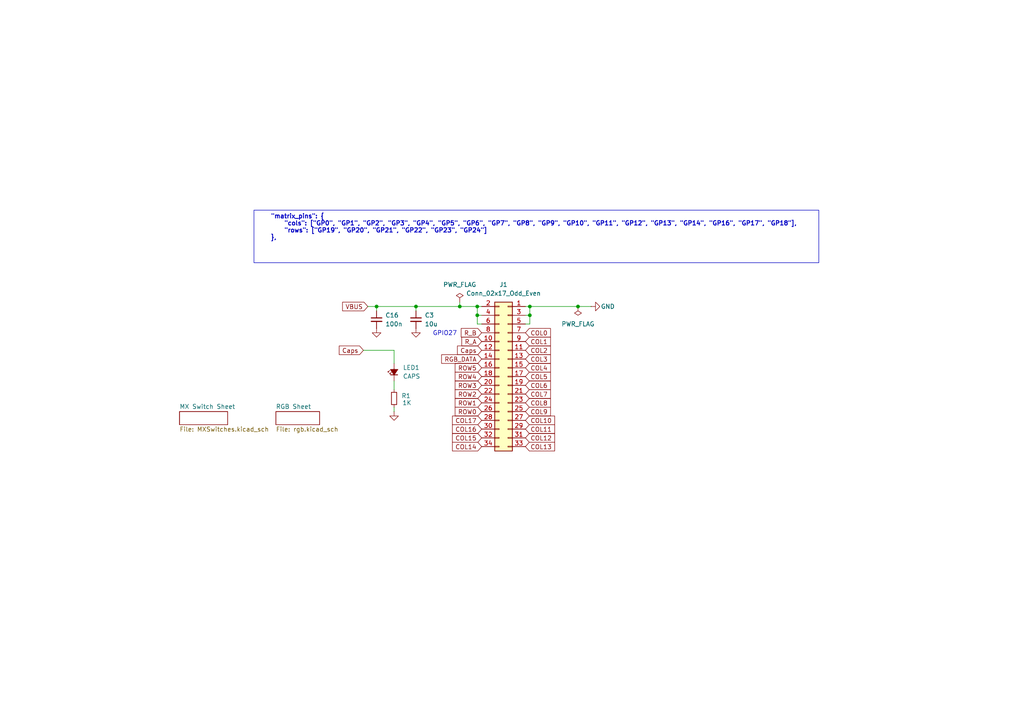
<source format=kicad_sch>
(kicad_sch (version 20231120) (generator "eeschema") (generator_version "8.0")
  (paper "A4")
  (title_block (title "Echo Basic AKKO Layout + Macros") (date "2025-03-22") (rev "1.0") (company "Michael O'Toole") (comment 1 "Added 10 x 10uF Caps"))
  (lib_symbols
    (symbol "Connector_Generic:Conn_02x17_Odd_Even" (pin_names (offset 1.016) hide)
      (property "Reference" "J" (at 1.27 22.86 0))
      (property "Value" "Conn_02x17_Odd_Even" (at 1.27 -22.86 0))
      (symbol "Conn_02x17_Odd_Even_1_1"
        (rectangle (start -1.27 -20.193) (end 0 -20.447) (stroke (width 0.1524)))
        (rectangle (start -1.27 -17.653) (end 0 -17.907) (stroke (width 0.1524)))
        (rectangle (start -1.27 -15.113) (end 0 -15.367) (stroke (width 0.1524)))
        (rectangle (start -1.27 -12.573) (end 0 -12.827) (stroke (width 0.1524)))
        (rectangle (start -1.27 -10.033) (end 0 -10.287) (stroke (width 0.1524)))
        (rectangle (start -1.27 -7.493) (end 0 -7.747) (stroke (width 0.1524)))
        (rectangle (start -1.27 -4.953) (end 0 -5.207) (stroke (width 0.1524)))
        (rectangle (start -1.27 -2.413) (end 0 -2.667) (stroke (width 0.1524)))
        (rectangle (start -1.27 0.127) (end 0 -0.127) (stroke (width 0.1524)))
        (rectangle (start -1.27 2.667) (end 0 2.413) (stroke (width 0.1524)))
        (rectangle (start -1.27 5.207) (end 0 4.953) (stroke (width 0.1524)))
        (rectangle (start -1.27 7.747) (end 0 7.493) (stroke (width 0.1524)))
        (rectangle (start -1.27 10.287) (end 0 10.033) (stroke (width 0.1524)))
        (rectangle (start -1.27 12.827) (end 0 12.573) (stroke (width 0.1524)))
        (rectangle (start -1.27 15.367) (end 0 15.113) (stroke (width 0.1524)))
        (rectangle (start -1.27 17.907) (end 0 17.653) (stroke (width 0.1524)))
        (rectangle (start -1.27 20.447) (end 0 20.193) (stroke (width 0.1524)))
        (rectangle (start -1.27 21.59) (end 3.81 -21.59) (stroke (width 0.254)) (fill (type background)))
        (rectangle (start 3.81 -20.193) (end 2.54 -20.447) (stroke (width 0.1524)))
        (rectangle (start 3.81 -17.653) (end 2.54 -17.907) (stroke (width 0.1524)))
        (rectangle (start 3.81 -15.113) (end 2.54 -15.367) (stroke (width 0.1524)))
        (rectangle (start 3.81 -12.573) (end 2.54 -12.827) (stroke (width 0.1524)))
        (rectangle (start 3.81 -10.033) (end 2.54 -10.287) (stroke (width 0.1524)))
        (rectangle (start 3.81 -7.493) (end 2.54 -7.747) (stroke (width 0.1524)))
        (rectangle (start 3.81 -4.953) (end 2.54 -5.207) (stroke (width 0.1524)))
        (rectangle (start 3.81 -2.413) (end 2.54 -2.667) (stroke (width 0.1524)))
        (rectangle (start 3.81 0.127) (end 2.54 -0.127) (stroke (width 0.1524)))
        (rectangle (start 3.81 2.667) (end 2.54 2.413) (stroke (width 0.1524)))
        (rectangle (start 3.81 5.207) (end 2.54 4.953) (stroke (width 0.1524)))
        (rectangle (start 3.81 7.747) (end 2.54 7.493) (stroke (width 0.1524)))
        (rectangle (start 3.81 10.287) (end 2.54 10.033) (stroke (width 0.1524)))
        (rectangle (start 3.81 12.827) (end 2.54 12.573) (stroke (width 0.1524)))
        (rectangle (start 3.81 15.367) (end 2.54 15.113) (stroke (width 0.1524)))
        (rectangle (start 3.81 17.907) (end 2.54 17.653) (stroke (width 0.1524)))
        (rectangle (start 3.81 20.447) (end 2.54 20.193) (stroke (width 0.1524)))
        (pin passive line (at -5.08 20.32 0) (length 3.81) (name "Pin_1") (number "1"))
        (pin passive line (at 7.62 10.16 180) (length 3.81) (name "Pin_10") (number "10"))
        (pin passive line (at -5.08 7.62 0) (length 3.81) (name "Pin_11") (number "11"))
        (pin passive line (at 7.62 7.62 180) (length 3.81) (name "Pin_12") (number "12"))
        (pin passive line (at -5.08 5.08 0) (length 3.81) (name "Pin_13") (number "13"))
        (pin passive line (at 7.62 5.08 180) (length 3.81) (name "Pin_14") (number "14"))
        (pin passive line (at -5.08 2.54 0) (length 3.81) (name "Pin_15") (number "15"))
        (pin passive line (at 7.62 2.54 180) (length 3.81) (name "Pin_16") (number "16"))
        (pin passive line (at -5.08 0 0) (length 3.81) (name "Pin_17") (number "17"))
        (pin passive line (at 7.62 0 180) (length 3.81) (name "Pin_18") (number "18"))
        (pin passive line (at -5.08 -2.54 0) (length 3.81) (name "Pin_19") (number "19"))
        (pin passive line (at 7.62 20.32 180) (length 3.81) (name "Pin_2") (number "2"))
        (pin passive line (at 7.62 -2.54 180) (length 3.81) (name "Pin_20") (number "20"))
        (pin passive line (at -5.08 -5.08 0) (length 3.81) (name "Pin_21") (number "21"))
        (pin passive line (at 7.62 -5.08 180) (length 3.81) (name "Pin_22") (number "22"))
        (pin passive line (at -5.08 -7.62 0) (length 3.81) (name "Pin_23") (number "23"))
        (pin passive line (at 7.62 -7.62 180) (length 3.81) (name "Pin_24") (number "24"))
        (pin passive line (at -5.08 -10.16 0) (length 3.81) (name "Pin_25") (number "25"))
        (pin passive line (at 7.62 -10.16 180) (length 3.81) (name "Pin_26") (number "26"))
        (pin passive line (at -5.08 -12.7 0) (length 3.81) (name "Pin_27") (number "27"))
        (pin passive line (at 7.62 -12.7 180) (length 3.81) (name "Pin_28") (number "28"))
        (pin passive line (at -5.08 -15.24 0) (length 3.81) (name "Pin_29") (number "29"))
        (pin passive line (at -5.08 17.78 0) (length 3.81) (name "Pin_3") (number "3"))
        (pin passive line (at 7.62 -15.24 180) (length 3.81) (name "Pin_30") (number "30"))
        (pin passive line (at -5.08 -17.78 0) (length 3.81) (name "Pin_31") (number "31"))
        (pin passive line (at 7.62 -17.78 180) (length 3.81) (name "Pin_32") (number "32"))
        (pin passive line (at -5.08 -20.32 0) (length 3.81) (name "Pin_33") (number "33"))
        (pin passive line (at 7.62 -20.32 180) (length 3.81) (name "Pin_34") (number "34"))
        (pin passive line (at 7.62 17.78 180) (length 3.81) (name "Pin_4") (number "4"))
        (pin passive line (at -5.08 15.24 0) (length 3.81) (name "Pin_5") (number "5"))
        (pin passive line (at 7.62 15.24 180) (length 3.81) (name "Pin_6") (number "6"))
        (pin passive line (at -5.08 12.7 0) (length 3.81) (name "Pin_7") (number "7"))
        (pin passive line (at 7.62 12.7 180) (length 3.81) (name "Pin_8") (number "8"))
        (pin passive line (at -5.08 10.16 0) (length 3.81) (name "Pin_9") (number "9"))
      )
    )
    (symbol "Device:C_Small" (pin_numbers hide) (pin_names (offset 0.254) hide)
      (property "Reference" "C" (at 0.254 1.778 0))
      (property "Value" "C_Small" (at 0.254 -2.032 0))
      (symbol "C_Small_0_1"
        (polyline (pts (xy -1.524 -0.508) (xy 1.524 -0.508)) (stroke (width 0.3302)))
        (polyline (pts (xy -1.524 0.508) (xy 1.524 0.508)) (stroke (width 0.3048)))
      )
      (symbol "C_Small_1_1"
        (pin passive line (at 0 2.54 270) (length 2.032) (name "~") (number "1"))
        (pin passive line (at 0 -2.54 90) (length 2.032) (name "~") (number "2"))
      )
    )
    (symbol "Device:LED_Small_Filled" (pin_numbers hide) (pin_names (offset 0.254) hide)
      (property "Reference" "D" (at -1.27 3.175 0))
      (property "Value" "LED_Small_Filled" (at -4.445 -2.54 0))
      (symbol "LED_Small_Filled_0_1"
        (polyline (pts (xy -0.762 -1.016) (xy -0.762 1.016)) (stroke (width 0.254)))
        (polyline (pts (xy 1.016 0) (xy -0.762 0)))
        (polyline (pts (xy 0.762 -1.016) (xy -0.762 0) (xy 0.762 1.016) (xy 0.762 -1.016)) (stroke (width 0.254)) (fill (type outline)))
        (polyline (pts (xy 0 0.762) (xy -0.508 1.27) (xy -0.254 1.27) (xy -0.508 1.27) (xy -0.508 1.016)))
        (polyline (pts (xy 0.508 1.27) (xy 0 1.778) (xy 0.254 1.778) (xy 0 1.778) (xy 0 1.524)))
      )
      (symbol "LED_Small_Filled_1_1"
        (pin passive line (at -2.54 0 0) (length 1.778) (name "K") (number "1"))
        (pin passive line (at 2.54 0 180) (length 1.778) (name "A") (number "2"))
      )
    )
    (symbol "Device:R_Small" (pin_numbers hide) (pin_names (offset 0.254) hide)
      (property "Reference" "R" (at 0.762 0.508 0))
      (property "Value" "R_Small" (at 0.762 -1.016 0))
      (symbol "R_Small_0_1"
        (rectangle (start -0.762 1.778) (end 0.762 -1.778) (stroke (width 0.2032)))
      )
      (symbol "R_Small_1_1"
        (pin passive line (at 0 2.54 270) (length 0.762) (name "~") (number "1"))
        (pin passive line (at 0 -2.54 90) (length 0.762) (name "~") (number "2"))
      )
    )
    (symbol "power:GND" (power) (pin_numbers hide) (pin_names (offset 0) hide)
      (property "Value" "GND" (at 0 -3.81 0))
      (symbol "GND_0_1"
        (polyline (pts (xy 0 0) (xy 0 -1.27) (xy 1.27 -1.27) (xy 0 -2.54) (xy -1.27 -1.27) (xy 0 -1.27)))
      )
      (symbol "GND_1_1"
        (pin power_in line (at 0 0 270) (length 0) (name "~") (number "1"))
      )
    )
    (symbol "power:PWR_FLAG" (power) (pin_numbers hide) (pin_names (offset 0) hide)
      (property "Value" "PWR_FLAG" (at 0 3.81 0))
      (symbol "PWR_FLAG_0_0"
        (pin power_out line (at 0 0 90) (length 0) (name "~") (number "1"))
      )
      (symbol "PWR_FLAG_0_1"
        (polyline (pts (xy 0 0) (xy 0 1.27) (xy -1.016 1.905) (xy 0 2.54) (xy 1.016 1.905) (xy 0 1.27)))
      )
    )
  )
  (junction (at 120.65 88.9))
  (junction (at 153.67 88.9))
  (junction (at 153.67 91.44))
  (junction (at 133.35 88.9))
  (junction (at 138.43 91.44))
  (junction (at 138.43 88.9))
  (junction (at 167.64 88.9))
  (junction (at 109.22 88.9))
  (wire (pts (xy 120.65 88.9) (xy 120.65 90.17)))
  (wire (pts (xy 109.22 88.9) (xy 109.22 90.17)))
  (wire (pts (xy 105.41 101.6) (xy 114.3 101.6)))
  (wire (pts (xy 114.3 119.38) (xy 114.3 118.11)))
  (wire (pts (xy 114.3 101.6) (xy 114.3 105.41)))
  (wire (pts (xy 153.67 88.9) (xy 152.4 88.9)))
  (wire (pts (xy 153.67 93.98) (xy 153.67 91.44)))
  (wire (pts (xy 138.43 91.44) (xy 138.43 93.98)))
  (wire (pts (xy 120.65 88.9) (xy 133.35 88.9)))
  (wire (pts (xy 152.4 91.44) (xy 153.67 91.44)))
  (wire (pts (xy 106.68 88.9) (xy 109.22 88.9)))
  (wire (pts (xy 133.35 88.9) (xy 138.43 88.9)))
  (wire (pts (xy 139.7 91.44) (xy 138.43 91.44)))
  (wire (pts (xy 167.64 88.9) (xy 153.67 88.9)))
  (wire (pts (xy 139.7 93.98) (xy 138.43 93.98)))
  (wire (pts (xy 133.35 87.63) (xy 133.35 88.9)))
  (wire (pts (xy 138.43 91.44) (xy 138.43 88.9)))
  (wire (pts (xy 138.43 88.9) (xy 139.7 88.9)))
  (wire (pts (xy 152.4 93.98) (xy 153.67 93.98)))
  (wire (pts (xy 153.67 88.9) (xy 153.67 91.44)))
  (wire (pts (xy 171.45 88.9) (xy 167.64 88.9)))
  (wire (pts (xy 114.3 110.49) (xy 114.3 113.03)))
  (wire (pts (xy 109.22 88.9) (xy 120.65 88.9)))
  (text_box "    \"matrix_pins\": {\n        \"cols\": [\"GP0\", \"GP1\", \"GP2\", \"GP3\", \"GP4\", \"GP5\", \"GP6\", \"GP7\", \"GP8\", \"GP9\", \"GP10\", \"GP11\", \"GP12\", \"GP13\", \"GP14\", \"GP16\", \"GP17\", \"GP18\"],\n        \"rows\": [\"GP19\", \"GP20\", \"GP21\", \"GP22\", \"GP23\", \"GP24\"]\n    }," (at 73.66 60.96 0) (size 163.83 15.24) (effects (font (size 1.27 1.27) (thickness 0.254) (bold yes)) (justify left top)))
  (text "GPIO27" (at 129.032 96.774 0) (effects (font (size 1.27 1.27))))
  (global_label "COL11" (shape input) (at 152.4 124.46 0) (property "Intersheetrefs" "${INTERSHEET_REFS}" (effects (hide yes))))
  (global_label "COL13" (shape input) (at 152.4 129.54 0) (property "Intersheetrefs" "${INTERSHEET_REFS}" (effects (hide yes))))
  (global_label "COL4" (shape input) (at 152.4 106.68 0) (property "Intersheetrefs" "${INTERSHEET_REFS}" (effects (hide yes))))
  (global_label "ROW0" (shape input) (at 139.7 119.38 180) (property "Intersheetrefs" "${INTERSHEET_REFS}" (effects (hide yes))))
  (global_label "R_B" (shape input) (at 139.7 96.52 180) (property "Intersheetrefs" "${INTERSHEET_REFS}" (effects (hide yes))))
  (global_label "COL8" (shape input) (at 152.4 116.84 0) (property "Intersheetrefs" "${INTERSHEET_REFS}" (effects (hide yes))))
  (global_label "COL16" (shape input) (at 139.7 124.46 180) (property "Intersheetrefs" "${INTERSHEET_REFS}" (effects (hide yes))))
  (global_label "COL17" (shape input) (at 139.7 121.92 180) (property "Intersheetrefs" "${INTERSHEET_REFS}" (effects (hide yes))))
  (global_label "ROW4" (shape input) (at 139.7 109.22 180) (property "Intersheetrefs" "${INTERSHEET_REFS}" (effects (hide yes))))
  (global_label "COL10" (shape input) (at 152.4 121.92 0) (property "Intersheetrefs" "${INTERSHEET_REFS}" (effects (hide yes))))
  (global_label "RGB_DATA" (shape input) (at 139.7 104.14 180) (property "Intersheetrefs" "${INTERSHEET_REFS}" (effects (hide yes))))
  (global_label "COL5" (shape input) (at 152.4 109.22 0) (property "Intersheetrefs" "${INTERSHEET_REFS}" (effects (hide yes))))
  (global_label "ROW3" (shape input) (at 139.7 111.76 180) (property "Intersheetrefs" "${INTERSHEET_REFS}" (effects (hide yes))))
  (global_label "COL9" (shape input) (at 152.4 119.38 0) (property "Intersheetrefs" "${INTERSHEET_REFS}" (effects (hide yes))))
  (global_label "R_A" (shape input) (at 139.7 99.06 180) (property "Intersheetrefs" "${INTERSHEET_REFS}" (effects (hide yes))))
  (global_label "COL1" (shape input) (at 152.4 99.06 0) (property "Intersheetrefs" "${INTERSHEET_REFS}" (effects (hide yes))))
  (global_label "COL7" (shape input) (at 152.4 114.3 0) (property "Intersheetrefs" "${INTERSHEET_REFS}" (effects (hide yes))))
  (global_label "ROW2" (shape input) (at 139.7 114.3 180) (property "Intersheetrefs" "${INTERSHEET_REFS}" (effects (hide yes))))
  (global_label "Caps" (shape input) (at 139.7 101.6 180) (property "Intersheetrefs" "${INTERSHEET_REFS}" (effects (hide yes))))
  (global_label "COL2" (shape input) (at 152.4 101.6 0) (property "Intersheetrefs" "${INTERSHEET_REFS}" (effects (hide yes))))
  (global_label "COL0" (shape input) (at 152.4 96.52 0) (property "Intersheetrefs" "${INTERSHEET_REFS}" (effects (hide yes))))
  (global_label "COL15" (shape input) (at 139.7 127 180) (property "Intersheetrefs" "${INTERSHEET_REFS}" (effects (hide yes))))
  (global_label "COL3" (shape input) (at 152.4 104.14 0) (property "Intersheetrefs" "${INTERSHEET_REFS}" (effects (hide yes))))
  (global_label "VBUS" (shape input) (at 106.68 88.9 180) (property "Intersheetrefs" "${INTERSHEET_REFS}" (effects (hide yes))))
  (global_label "Caps" (shape input) (at 105.41 101.6 180) (property "Intersheetrefs" "${INTERSHEET_REFS}" (effects (hide yes))))
  (global_label "ROW5" (shape input) (at 139.7 106.68 180) (property "Intersheetrefs" "${INTERSHEET_REFS}" (effects (hide yes))))
  (global_label "COL6" (shape input) (at 152.4 111.76 0) (property "Intersheetrefs" "${INTERSHEET_REFS}" (effects (hide yes))))
  (global_label "COL12" (shape input) (at 152.4 127 0) (property "Intersheetrefs" "${INTERSHEET_REFS}" (effects (hide yes))))
  (global_label "ROW1" (shape input) (at 139.7 116.84 180) (property "Intersheetrefs" "${INTERSHEET_REFS}" (effects (hide yes))))
  (global_label "COL14" (shape input) (at 139.7 129.54 180) (property "Intersheetrefs" "${INTERSHEET_REFS}" (effects (hide yes))))
  (symbol (lib_id "power:PWR_FLAG") (at 133.35 87.63 0) (unit 1)
    (property "Reference" "#FLG03" (effects (hide yes)))
    (property "Value" "PWR_FLAG" (at 133.35 82.55 0))
    (property "Description" "Special symbol for telling ERC where power comes from" (effects (hide yes)))
  )
  (symbol (lib_id "Device:LED_Small_Filled") (at 114.3 107.95 90) (unit 1)
    (property "Reference" "LED1" (at 116.84 106.6164 90) (effects (justify right)))
    (property "Value" "CAPS" (at 116.84 109.1564 90) (effects (justify right)))
    (property "Footprint" "LED_SMD:LED_0805_2012Metric" (effects (hide yes)))
    (property "Description" "Light emitting diode, small symbol, filled shape" (effects (hide yes)))
  )
  (symbol (lib_id "power:GND") (at 109.22 95.25 0) (mirror y) (unit 1)
    (property "Reference" "#PWR020" (effects (hide yes)))
    (property "Value" "GND" (effects (hide yes)))
    (property "Description" "Power symbol creates a global label with name \"GND\" , ground" (effects (hide yes)))
  )
  (symbol (lib_id "power:GND") (at 171.45 88.9 90) (mirror x) (unit 1)
    (property "Reference" "#PWR07" (effects (hide yes)))
    (property "Value" "GND" (at 174.244 88.9 90) (effects (justify right)))
    (property "Description" "Power symbol creates a global label with name \"GND\" , ground" (effects (hide yes)))
  )
  (symbol (lib_id "power:GND") (at 120.65 95.25 0) (mirror y) (unit 1)
    (property "Reference" "#PWR01" (effects (hide yes)))
    (property "Value" "GND" (effects (hide yes)))
    (property "Description" "Power symbol creates a global label with name \"GND\" , ground" (effects (hide yes)))
  )
  (symbol (lib_id "Device:C_Small") (at 120.65 92.71 0) (unit 1)
    (property "Reference" "C3" (at 123.19 91.4462 0) (effects (justify left)))
    (property "Value" "10u" (at 123.19 93.9862 0) (effects (justify left)))
    (property "Footprint" "Capacitor_SMD:C_0603_1608Metric" (effects (hide yes)))
    (property "Description" "Unpolarized capacitor, small symbol" (effects (hide yes)))
  )
  (symbol (lib_id "Connector_Generic:Conn_02x17_Odd_Even") (at 147.32 109.22 0) (mirror y) (unit 1)
    (property "Reference" "J1" (at 146.05 82.55 0))
    (property "Value" "Conn_02x17_Odd_Even" (at 146.05 85.09 0))
    (property "Footprint" "MyConnectors:IDC_2X17_1.27MM" (effects (hide yes)))
    (property "Description" "Generic connector, double row, 02x17, odd/even pin numbering scheme (row 1 odd numbers, row 2 even numbers), script generated (kicad-library-utils/schlib/autogen/connector/)" (effects (hide yes)))
    (property "LCSC" "C5147222" (effects (hide yes)))
  )
  (symbol (lib_id "power:GND") (at 114.3 119.38 0) (mirror y) (unit 1)
    (property "Reference" "#PWR02" (effects (hide yes)))
    (property "Value" "GND" (effects (hide yes)))
    (property "Description" "Power symbol creates a global label with name \"GND\" , ground" (effects (hide yes)))
  )
  (symbol (lib_id "power:PWR_FLAG") (at 167.64 88.9 180) (unit 1)
    (property "Reference" "#FLG04" (effects (hide yes)))
    (property "Value" "PWR_FLAG" (at 167.64 93.98 0))
    (property "Description" "Special symbol for telling ERC where power comes from" (effects (hide yes)))
  )
  (symbol (lib_id "Device:C_Small") (at 109.22 92.71 0) (unit 1)
    (property "Reference" "C16" (at 111.76 91.4462 0) (effects (justify left)))
    (property "Value" "100n" (at 111.76 93.9862 0) (effects (justify left)))
    (property "Footprint" "Capacitor_SMD:C_0603_1608Metric" (effects (hide yes)))
    (property "Description" "Unpolarized capacitor, small symbol" (effects (hide yes)))
  )
  (symbol (lib_id "Device:R_Small") (at 114.3 115.57 0) (mirror y) (unit 1)
    (property "Reference" "R1" (at 119.126 114.808 0) (effects (justify left)))
    (property "Value" "1K" (at 119.38 116.84 0) (effects (justify left)))
    (property "Footprint" "Resistor_SMD:R_0603_1608Metric_Pad0.98x0.95mm_HandSolder" (effects (hide yes)))
    (property "Description" "Resistor, small symbol" (effects (hide yes)))
  )
  (sheet (at 52.07 119.38) (size 13.97 3.81) (stroke (width 0.1524))
    (property "Sheetname" "MX Switch Sheet" (at 52.07 118.6684 0) (effects (justify left bottom)))
    (property "Sheetfile" "MXSwitches.kicad_sch" (at 52.07 123.7746 0) (effects (justify left top)))
  )
  (sheet (at 80.01 119.38) (size 12.7 3.81) (stroke (width 0.1524))
    (property "Sheetname" "RGB Sheet" (at 80.01 118.6684 0) (effects (justify left bottom)))
    (property "Sheetfile" "rgb.kicad_sch" (at 80.01 123.7746 0) (effects (justify left top)))
  )
)
</source>
